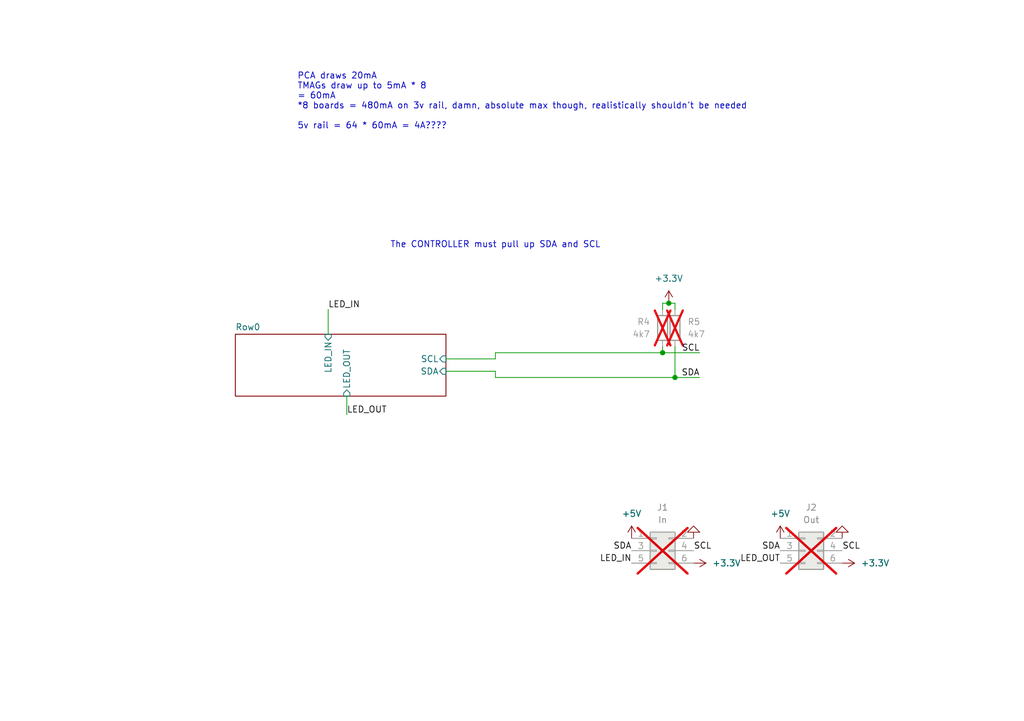
<source format=kicad_sch>
(kicad_sch (version 20231120) (generator "eeschema") (generator_version "8.0")
  (paper "A5")
  (lib_symbols
    (symbol "Connector_Generic:Conn_02x03_Odd_Even" (pin_names (offset 1.016) hide)
      (property "Reference" "J" (at 1.27 5.08 0))
      (property "Value" "Conn_02x03_Odd_Even" (at 1.27 -5.08 0))
      (symbol "Conn_02x03_Odd_Even_1_1"
        (rectangle (start -1.27 -2.413) (end 0 -2.667) (stroke (width 0.1524)))
        (rectangle (start -1.27 0.127) (end 0 -0.127) (stroke (width 0.1524)))
        (rectangle (start -1.27 2.667) (end 0 2.413) (stroke (width 0.1524)))
        (rectangle (start -1.27 3.81) (end 3.81 -3.81) (stroke (width 0.254)) (fill (type background)))
        (rectangle (start 3.81 -2.413) (end 2.54 -2.667) (stroke (width 0.1524)))
        (rectangle (start 3.81 0.127) (end 2.54 -0.127) (stroke (width 0.1524)))
        (rectangle (start 3.81 2.667) (end 2.54 2.413) (stroke (width 0.1524)))
        (pin passive line (at -5.08 2.54 0) (length 3.81) (name "Pin_1") (number "1"))
        (pin passive line (at 7.62 2.54 180) (length 3.81) (name "Pin_2") (number "2"))
        (pin passive line (at -5.08 0 0) (length 3.81) (name "Pin_3") (number "3"))
        (pin passive line (at 7.62 0 180) (length 3.81) (name "Pin_4") (number "4"))
        (pin passive line (at -5.08 -2.54 0) (length 3.81) (name "Pin_5") (number "5"))
        (pin passive line (at 7.62 -2.54 180) (length 3.81) (name "Pin_6") (number "6"))
      )
    )
    (symbol "Device:R" (pin_numbers hide) (pin_names (offset 0))
      (property "Reference" "R" (at 2.032 0 90))
      (property "Value" "R" (at 0 0 90))
      (symbol "R_0_1"
        (rectangle (start -1.016 -2.54) (end 1.016 2.54) (stroke (width 0.254)))
      )
      (symbol "R_1_1"
        (pin passive line (at 0 3.81 270) (length 1.27) (name "~") (number "1"))
        (pin passive line (at 0 -3.81 90) (length 1.27) (name "~") (number "2"))
      )
    )
    (symbol "power:+3.3V" (power) (pin_names (offset 0))
      (property "Value" "+3.3V" (at 0 3.556 0))
      (symbol "+3.3V_0_1"
        (polyline (pts (xy -0.762 1.27) (xy 0 2.54)))
        (polyline (pts (xy 0 0) (xy 0 2.54)))
        (polyline (pts (xy 0 2.54) (xy 0.762 1.27)))
      )
      (symbol "+3.3V_1_1"
        (pin power_in line (at 0 0 90) (length 0) hide (name "+3.3V") (number "1"))
      )
    )
    (symbol "power:+5V" (power) (pin_names (offset 0))
      (property "Value" "+5V" (at 0 3.556 0))
      (symbol "+5V_0_1"
        (polyline (pts (xy -0.762 1.27) (xy 0 2.54)))
        (polyline (pts (xy 0 0) (xy 0 2.54)))
        (polyline (pts (xy 0 2.54) (xy 0.762 1.27)))
      )
      (symbol "+5V_1_1"
        (pin power_in line (at 0 0 90) (length 0) hide (name "+5V") (number "1"))
      )
    )
    (symbol "power:GND" (power) (pin_names (offset 0))
      (property "Value" "GND" (at 0 -3.81 0))
      (symbol "GND_0_1"
        (polyline (pts (xy 0 0) (xy 0 -1.27) (xy 1.27 -1.27) (xy 0 -2.54) (xy -1.27 -1.27) (xy 0 -1.27)))
      )
      (symbol "GND_1_1"
        (pin power_in line (at 0 0 270) (length 0) hide (name "GND") (number "1"))
      )
    )
  )
  (junction (at 138.43 77.47))
  (junction (at 137.16 62.23))
  (junction (at 135.89 72.39))
  (wire (pts (xy 71.12 81.28) (xy 71.12 85.09)))
  (wire (pts (xy 101.6 72.39) (xy 135.89 72.39)))
  (wire (pts (xy 135.89 72.39) (xy 135.89 71.12)))
  (wire (pts (xy 101.6 73.66) (xy 101.6 72.39)))
  (wire (pts (xy 135.89 72.39) (xy 143.51 72.39)))
  (wire (pts (xy 91.44 73.66) (xy 101.6 73.66)))
  (wire (pts (xy 101.6 77.47) (xy 138.43 77.47)))
  (wire (pts (xy 101.6 76.2) (xy 101.6 77.47)))
  (wire (pts (xy 67.31 63.5) (xy 67.31 68.58)))
  (wire (pts (xy 138.43 62.23) (xy 138.43 63.5)))
  (wire (pts (xy 135.89 62.23) (xy 137.16 62.23)))
  (wire (pts (xy 137.16 62.23) (xy 138.43 62.23)))
  (wire (pts (xy 138.43 71.12) (xy 138.43 77.47)))
  (wire (pts (xy 138.43 77.47) (xy 143.51 77.47)))
  (wire (pts (xy 135.89 62.23) (xy 135.89 63.5)))
  (wire (pts (xy 91.44 76.2) (xy 101.6 76.2)))
  (text "PCA draws 20mA\nTMAGs draw up to 5mA * 8\n= 60mA\n*8 boards = 480mA on 3v rail, damn, absolute max though, realistically shouldn't be needed\n\n5v rail = 64 * 60mA = 4A????" (at 60.96 26.67 0) (effects (font (size 1.27 1.27)) (justify left bottom)))
  (text "The CONTROLLER must pull up SDA and SCL" (at 80.01 51.054 0) (effects (font (size 1.27 1.27)) (justify left bottom)))
  (label "LED_IN" (at 67.31 63.5 0))
  (label "LED_IN" (at 129.54 115.57 180))
  (label "SDA" (at 160.02 113.03 180))
  (label "SDA" (at 143.51 77.47 180))
  (label "SCL" (at 172.72 113.03 0))
  (label "LED_OUT" (at 160.02 115.57 180))
  (label "SCL" (at 142.24 113.03 0))
  (label "LED_OUT" (at 71.12 85.09 0))
  (label "SDA" (at 129.54 113.03 180))
  (label "SCL" (at 143.51 72.39 180))
  (symbol (lib_id "power:GND") (at 142.24 110.49 0) (mirror x) (unit 1)
    (property "Reference" "#PWR010" (effects (hide yes)))
    (property "Value" "GND" (effects (hide yes)))
  )
  (symbol (lib_id "power:+5V") (at 160.02 110.49 0) (unit 1)
    (property "Reference" "#PWR012" (effects (hide yes)))
    (property "Value" "+5V" (at 160.02 105.41 0))
  )
  (symbol (lib_id "power:+3.3V") (at 172.72 115.57 270) (mirror x) (unit 1)
    (property "Reference" "#PWR05" (effects (hide yes)))
    (property "Value" "+3.3V" (at 176.53 115.5699 90) (effects (justify left)))
  )
  (symbol (lib_id "power:+3.3V") (at 137.16 62.23 0) (mirror y) (unit 1)
    (property "Reference" "#PWR04" (effects (hide yes)))
    (property "Value" "+3.3V" (at 137.16 57.15 0))
  )
  (symbol (lib_id "Device:R") (at 138.43 67.31 0) (unit 1) (dnp yes)
    (property "Reference" "R5" (at 140.97 66.0399 0) (effects (justify left)))
    (property "Value" "4k7" (at 140.97 68.5799 0) (effects (justify left)))
    (property "Footprint" "Resistor_SMD:R_0603_1608Metric" (effects (hide yes)))
    (property "Description" "Resistor" (effects (hide yes)))
  )
  (symbol (lib_id "Connector_Generic:Conn_02x03_Odd_Even") (at 134.62 113.03 0) (unit 1) (dnp yes)
    (property "Reference" "J1" (at 135.89 104.14 0))
    (property "Value" "In" (at 135.89 106.68 0))
    (property "Footprint" "Connector_PinSocket_2.54mm:PinSocket_2x03_P2.54mm_Vertical" (effects (hide yes)))
    (property "Description" "Generic connector, double row, 02x03, odd/even pin numbering scheme (row 1 odd numbers, row 2 even numbers), script generated (kicad-library-utils/schlib/autogen/connector/)" (effects (hide yes)))
  )
  (symbol (lib_id "Device:R") (at 135.89 67.31 0) (mirror y) (unit 1) (dnp yes)
    (property "Reference" "R4" (at 133.35 66.0399 0) (effects (justify left)))
    (property "Value" "4k7" (at 133.35 68.5799 0) (effects (justify left)))
    (property "Footprint" "Resistor_SMD:R_0603_1608Metric" (effects (hide yes)))
    (property "Description" "Resistor" (effects (hide yes)))
  )
  (symbol (lib_id "power:+5V") (at 129.54 110.49 0) (unit 1)
    (property "Reference" "#PWR07" (effects (hide yes)))
    (property "Value" "+5V" (at 129.54 105.41 0))
  )
  (symbol (lib_id "Connector_Generic:Conn_02x03_Odd_Even") (at 165.1 113.03 0) (unit 1) (dnp yes)
    (property "Reference" "J2" (at 166.37 104.14 0))
    (property "Value" "Out" (at 166.37 106.68 0))
    (property "Footprint" "Connector_PinSocket_2.54mm:PinSocket_2x03_P2.54mm_Vertical" (effects (hide yes)))
    (property "Description" "Generic connector, double row, 02x03, odd/even pin numbering scheme (row 1 odd numbers, row 2 even numbers), script generated (kicad-library-utils/schlib/autogen/connector/)" (effects (hide yes)))
  )
  (symbol (lib_id "power:GND") (at 172.72 110.49 0) (mirror x) (unit 1)
    (property "Reference" "#PWR014" (effects (hide yes)))
    (property "Value" "GND" (effects (hide yes)))
  )
  (symbol (lib_id "power:+3.3V") (at 142.24 115.57 270) (mirror x) (unit 1)
    (property "Reference" "#PWR06" (effects (hide yes)))
    (property "Value" "+3.3V" (at 146.05 115.5699 90) (effects (justify left)))
  )
  (sheet (at 48.26 68.58) (size 43.18 12.7) (stroke (width 0.1524))
    (property "Sheetname" "Row0" (at 48.26 67.8684 0) (effects (justify left bottom)))
    (property "Sheetfile" "row.kicad_sch" (effects (hide yes)))
    (pin "LED_OUT" input (at 71.12 81.28 270))
    (pin "LED_IN" input (at 67.31 68.58 90))
    (pin "SDA" input (at 91.44 76.2 0))
    (pin "SCL" input (at 91.44 73.66 0))
  )
)
</source>
